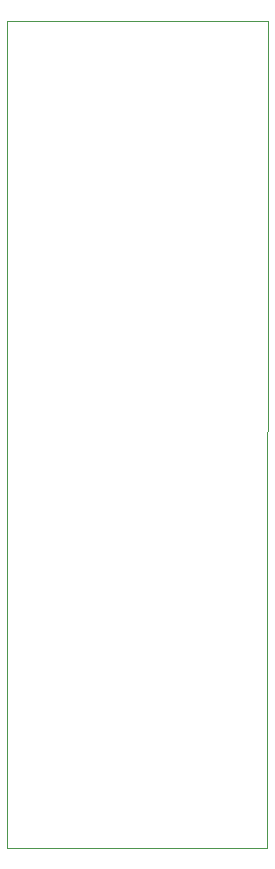
<source format=gm1>
G04 #@! TF.GenerationSoftware,KiCad,Pcbnew,8.0.5*
G04 #@! TF.CreationDate,2024-10-01T14:56:49-07:00*
G04 #@! TF.ProjectId,gr25_nodes,67723235-5f6e-46f6-9465-732e6b696361,rev?*
G04 #@! TF.SameCoordinates,Original*
G04 #@! TF.FileFunction,Profile,NP*
%FSLAX46Y46*%
G04 Gerber Fmt 4.6, Leading zero omitted, Abs format (unit mm)*
G04 Created by KiCad (PCBNEW 8.0.5) date 2024-10-01 14:56:49*
%MOMM*%
%LPD*%
G01*
G04 APERTURE LIST*
G04 #@! TA.AperFunction,Profile*
%ADD10C,0.100000*%
G04 #@! TD*
G04 APERTURE END LIST*
D10*
X130750000Y-97750000D02*
X130775000Y-27775000D01*
X108750000Y-27750000D02*
X108725000Y-97750000D01*
X130775000Y-27775000D02*
X108750000Y-27750000D01*
X108725000Y-97750000D02*
X130750000Y-97750000D01*
M02*

</source>
